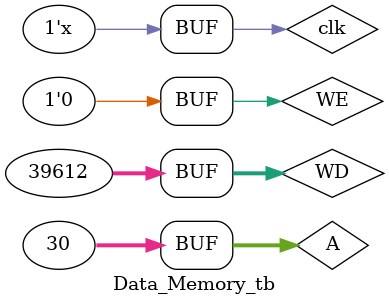
<source format=v>
module Data_Memory(input WE,clk,
input [31:0]A,WD,
output [31:0]RD);

reg [31:0]data[0:63];

always@(posedge clk)begin

if(WE)
data[A]<= WD;

end

assign RD=data[A];

endmodule

module Data_Memory_tb();

reg WE,clk;
reg [31:0]A,WD;
wire [31:0]RD;

Data_Memory d1(.WE(WE),.clk(clk),.WD(WD),.A(A),.RD(RD));

always
#10 clk=~clk;

initial
begin

clk=1'b0; WE=1'b0; WD=32'd0; A=32'd0;

#10
$display("Test_1");
WE=1'b1;
A=32'd30;
WD=32'h08ABC;
#20
if((RD==32'h08ABC))
$display("pass_1");
else
$display("fail_1");

#10
$display("Test_2");
WE=1'b0;
A=32'd30;
WD=32'h09ABC;
#20
if(RD==32'h08ABC)
$display("pass_2");
else
$display("fail_2");

end

endmodule

</source>
